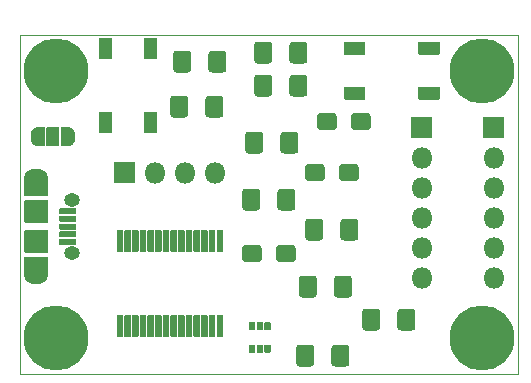
<source format=gbr>
G04 #@! TF.GenerationSoftware,KiCad,Pcbnew,5.1.10-88a1d61d58~88~ubuntu20.04.1*
G04 #@! TF.CreationDate,2021-05-19T21:03:50-06:00*
G04 #@! TF.ProjectId,ESP_Programmer,4553505f-5072-46f6-9772-616d6d65722e,rev?*
G04 #@! TF.SameCoordinates,Original*
G04 #@! TF.FileFunction,Soldermask,Top*
G04 #@! TF.FilePolarity,Negative*
%FSLAX46Y46*%
G04 Gerber Fmt 4.6, Leading zero omitted, Abs format (unit mm)*
G04 Created by KiCad (PCBNEW 5.1.10-88a1d61d58~88~ubuntu20.04.1) date 2021-05-19 21:03:50*
%MOMM*%
%LPD*%
G01*
G04 APERTURE LIST*
G04 #@! TA.AperFunction,Profile*
%ADD10C,0.050000*%
G04 #@! TD*
%ADD11C,0.350000*%
%ADD12O,1.800000X1.800000*%
%ADD13O,1.350000X1.150000*%
%ADD14O,2.000000X1.300000*%
%ADD15C,5.500000*%
G04 APERTURE END LIST*
D10*
X184658000Y-116840000D02*
X195580000Y-116840000D01*
X184658000Y-88138000D02*
X184658000Y-116840000D01*
X184912000Y-88138000D02*
X184658000Y-88138000D01*
X226822000Y-88138000D02*
X184912000Y-88138000D01*
X226822000Y-116840000D02*
X226822000Y-88138000D01*
X226568000Y-116840000D02*
X226822000Y-116840000D01*
X195580000Y-116840000D02*
X226568000Y-116840000D01*
G04 #@! TO.C,U1*
G36*
G01*
X192858000Y-106495000D02*
X192858000Y-104745000D01*
G75*
G02*
X192908000Y-104695000I50000J0D01*
G01*
X193358000Y-104695000D01*
G75*
G02*
X193408000Y-104745000I0J-50000D01*
G01*
X193408000Y-106495000D01*
G75*
G02*
X193358000Y-106545000I-50000J0D01*
G01*
X192908000Y-106545000D01*
G75*
G02*
X192858000Y-106495000I0J50000D01*
G01*
G37*
G36*
G01*
X193508000Y-106495000D02*
X193508000Y-104745000D01*
G75*
G02*
X193558000Y-104695000I50000J0D01*
G01*
X194008000Y-104695000D01*
G75*
G02*
X194058000Y-104745000I0J-50000D01*
G01*
X194058000Y-106495000D01*
G75*
G02*
X194008000Y-106545000I-50000J0D01*
G01*
X193558000Y-106545000D01*
G75*
G02*
X193508000Y-106495000I0J50000D01*
G01*
G37*
G36*
G01*
X194158000Y-106495000D02*
X194158000Y-104745000D01*
G75*
G02*
X194208000Y-104695000I50000J0D01*
G01*
X194658000Y-104695000D01*
G75*
G02*
X194708000Y-104745000I0J-50000D01*
G01*
X194708000Y-106495000D01*
G75*
G02*
X194658000Y-106545000I-50000J0D01*
G01*
X194208000Y-106545000D01*
G75*
G02*
X194158000Y-106495000I0J50000D01*
G01*
G37*
G36*
G01*
X194808000Y-106495000D02*
X194808000Y-104745000D01*
G75*
G02*
X194858000Y-104695000I50000J0D01*
G01*
X195308000Y-104695000D01*
G75*
G02*
X195358000Y-104745000I0J-50000D01*
G01*
X195358000Y-106495000D01*
G75*
G02*
X195308000Y-106545000I-50000J0D01*
G01*
X194858000Y-106545000D01*
G75*
G02*
X194808000Y-106495000I0J50000D01*
G01*
G37*
G36*
G01*
X195458000Y-106495000D02*
X195458000Y-104745000D01*
G75*
G02*
X195508000Y-104695000I50000J0D01*
G01*
X195958000Y-104695000D01*
G75*
G02*
X196008000Y-104745000I0J-50000D01*
G01*
X196008000Y-106495000D01*
G75*
G02*
X195958000Y-106545000I-50000J0D01*
G01*
X195508000Y-106545000D01*
G75*
G02*
X195458000Y-106495000I0J50000D01*
G01*
G37*
G36*
G01*
X196108000Y-106495000D02*
X196108000Y-104745000D01*
G75*
G02*
X196158000Y-104695000I50000J0D01*
G01*
X196608000Y-104695000D01*
G75*
G02*
X196658000Y-104745000I0J-50000D01*
G01*
X196658000Y-106495000D01*
G75*
G02*
X196608000Y-106545000I-50000J0D01*
G01*
X196158000Y-106545000D01*
G75*
G02*
X196108000Y-106495000I0J50000D01*
G01*
G37*
G36*
G01*
X196758000Y-106495000D02*
X196758000Y-104745000D01*
G75*
G02*
X196808000Y-104695000I50000J0D01*
G01*
X197258000Y-104695000D01*
G75*
G02*
X197308000Y-104745000I0J-50000D01*
G01*
X197308000Y-106495000D01*
G75*
G02*
X197258000Y-106545000I-50000J0D01*
G01*
X196808000Y-106545000D01*
G75*
G02*
X196758000Y-106495000I0J50000D01*
G01*
G37*
G36*
G01*
X197408000Y-106495000D02*
X197408000Y-104745000D01*
G75*
G02*
X197458000Y-104695000I50000J0D01*
G01*
X197908000Y-104695000D01*
G75*
G02*
X197958000Y-104745000I0J-50000D01*
G01*
X197958000Y-106495000D01*
G75*
G02*
X197908000Y-106545000I-50000J0D01*
G01*
X197458000Y-106545000D01*
G75*
G02*
X197408000Y-106495000I0J50000D01*
G01*
G37*
G36*
G01*
X198058000Y-106495000D02*
X198058000Y-104745000D01*
G75*
G02*
X198108000Y-104695000I50000J0D01*
G01*
X198558000Y-104695000D01*
G75*
G02*
X198608000Y-104745000I0J-50000D01*
G01*
X198608000Y-106495000D01*
G75*
G02*
X198558000Y-106545000I-50000J0D01*
G01*
X198108000Y-106545000D01*
G75*
G02*
X198058000Y-106495000I0J50000D01*
G01*
G37*
G36*
G01*
X198708000Y-106495000D02*
X198708000Y-104745000D01*
G75*
G02*
X198758000Y-104695000I50000J0D01*
G01*
X199208000Y-104695000D01*
G75*
G02*
X199258000Y-104745000I0J-50000D01*
G01*
X199258000Y-106495000D01*
G75*
G02*
X199208000Y-106545000I-50000J0D01*
G01*
X198758000Y-106545000D01*
G75*
G02*
X198708000Y-106495000I0J50000D01*
G01*
G37*
G36*
G01*
X199358000Y-106495000D02*
X199358000Y-104745000D01*
G75*
G02*
X199408000Y-104695000I50000J0D01*
G01*
X199858000Y-104695000D01*
G75*
G02*
X199908000Y-104745000I0J-50000D01*
G01*
X199908000Y-106495000D01*
G75*
G02*
X199858000Y-106545000I-50000J0D01*
G01*
X199408000Y-106545000D01*
G75*
G02*
X199358000Y-106495000I0J50000D01*
G01*
G37*
G36*
G01*
X200008000Y-106495000D02*
X200008000Y-104745000D01*
G75*
G02*
X200058000Y-104695000I50000J0D01*
G01*
X200508000Y-104695000D01*
G75*
G02*
X200558000Y-104745000I0J-50000D01*
G01*
X200558000Y-106495000D01*
G75*
G02*
X200508000Y-106545000I-50000J0D01*
G01*
X200058000Y-106545000D01*
G75*
G02*
X200008000Y-106495000I0J50000D01*
G01*
G37*
G36*
G01*
X200658000Y-106495000D02*
X200658000Y-104745000D01*
G75*
G02*
X200708000Y-104695000I50000J0D01*
G01*
X201158000Y-104695000D01*
G75*
G02*
X201208000Y-104745000I0J-50000D01*
G01*
X201208000Y-106495000D01*
G75*
G02*
X201158000Y-106545000I-50000J0D01*
G01*
X200708000Y-106545000D01*
G75*
G02*
X200658000Y-106495000I0J50000D01*
G01*
G37*
G36*
G01*
X201308000Y-106495000D02*
X201308000Y-104745000D01*
G75*
G02*
X201358000Y-104695000I50000J0D01*
G01*
X201808000Y-104695000D01*
G75*
G02*
X201858000Y-104745000I0J-50000D01*
G01*
X201858000Y-106495000D01*
G75*
G02*
X201808000Y-106545000I-50000J0D01*
G01*
X201358000Y-106545000D01*
G75*
G02*
X201308000Y-106495000I0J50000D01*
G01*
G37*
G36*
G01*
X201308000Y-113695000D02*
X201308000Y-111945000D01*
G75*
G02*
X201358000Y-111895000I50000J0D01*
G01*
X201808000Y-111895000D01*
G75*
G02*
X201858000Y-111945000I0J-50000D01*
G01*
X201858000Y-113695000D01*
G75*
G02*
X201808000Y-113745000I-50000J0D01*
G01*
X201358000Y-113745000D01*
G75*
G02*
X201308000Y-113695000I0J50000D01*
G01*
G37*
G36*
G01*
X200658000Y-113695000D02*
X200658000Y-111945000D01*
G75*
G02*
X200708000Y-111895000I50000J0D01*
G01*
X201158000Y-111895000D01*
G75*
G02*
X201208000Y-111945000I0J-50000D01*
G01*
X201208000Y-113695000D01*
G75*
G02*
X201158000Y-113745000I-50000J0D01*
G01*
X200708000Y-113745000D01*
G75*
G02*
X200658000Y-113695000I0J50000D01*
G01*
G37*
G36*
G01*
X200008000Y-113695000D02*
X200008000Y-111945000D01*
G75*
G02*
X200058000Y-111895000I50000J0D01*
G01*
X200508000Y-111895000D01*
G75*
G02*
X200558000Y-111945000I0J-50000D01*
G01*
X200558000Y-113695000D01*
G75*
G02*
X200508000Y-113745000I-50000J0D01*
G01*
X200058000Y-113745000D01*
G75*
G02*
X200008000Y-113695000I0J50000D01*
G01*
G37*
G36*
G01*
X199358000Y-113695000D02*
X199358000Y-111945000D01*
G75*
G02*
X199408000Y-111895000I50000J0D01*
G01*
X199858000Y-111895000D01*
G75*
G02*
X199908000Y-111945000I0J-50000D01*
G01*
X199908000Y-113695000D01*
G75*
G02*
X199858000Y-113745000I-50000J0D01*
G01*
X199408000Y-113745000D01*
G75*
G02*
X199358000Y-113695000I0J50000D01*
G01*
G37*
G36*
G01*
X198708000Y-113695000D02*
X198708000Y-111945000D01*
G75*
G02*
X198758000Y-111895000I50000J0D01*
G01*
X199208000Y-111895000D01*
G75*
G02*
X199258000Y-111945000I0J-50000D01*
G01*
X199258000Y-113695000D01*
G75*
G02*
X199208000Y-113745000I-50000J0D01*
G01*
X198758000Y-113745000D01*
G75*
G02*
X198708000Y-113695000I0J50000D01*
G01*
G37*
G36*
G01*
X198058000Y-113695000D02*
X198058000Y-111945000D01*
G75*
G02*
X198108000Y-111895000I50000J0D01*
G01*
X198558000Y-111895000D01*
G75*
G02*
X198608000Y-111945000I0J-50000D01*
G01*
X198608000Y-113695000D01*
G75*
G02*
X198558000Y-113745000I-50000J0D01*
G01*
X198108000Y-113745000D01*
G75*
G02*
X198058000Y-113695000I0J50000D01*
G01*
G37*
G36*
G01*
X197408000Y-113695000D02*
X197408000Y-111945000D01*
G75*
G02*
X197458000Y-111895000I50000J0D01*
G01*
X197908000Y-111895000D01*
G75*
G02*
X197958000Y-111945000I0J-50000D01*
G01*
X197958000Y-113695000D01*
G75*
G02*
X197908000Y-113745000I-50000J0D01*
G01*
X197458000Y-113745000D01*
G75*
G02*
X197408000Y-113695000I0J50000D01*
G01*
G37*
G36*
G01*
X196758000Y-113695000D02*
X196758000Y-111945000D01*
G75*
G02*
X196808000Y-111895000I50000J0D01*
G01*
X197258000Y-111895000D01*
G75*
G02*
X197308000Y-111945000I0J-50000D01*
G01*
X197308000Y-113695000D01*
G75*
G02*
X197258000Y-113745000I-50000J0D01*
G01*
X196808000Y-113745000D01*
G75*
G02*
X196758000Y-113695000I0J50000D01*
G01*
G37*
G36*
G01*
X196108000Y-113695000D02*
X196108000Y-111945000D01*
G75*
G02*
X196158000Y-111895000I50000J0D01*
G01*
X196608000Y-111895000D01*
G75*
G02*
X196658000Y-111945000I0J-50000D01*
G01*
X196658000Y-113695000D01*
G75*
G02*
X196608000Y-113745000I-50000J0D01*
G01*
X196158000Y-113745000D01*
G75*
G02*
X196108000Y-113695000I0J50000D01*
G01*
G37*
G36*
G01*
X195458000Y-113695000D02*
X195458000Y-111945000D01*
G75*
G02*
X195508000Y-111895000I50000J0D01*
G01*
X195958000Y-111895000D01*
G75*
G02*
X196008000Y-111945000I0J-50000D01*
G01*
X196008000Y-113695000D01*
G75*
G02*
X195958000Y-113745000I-50000J0D01*
G01*
X195508000Y-113745000D01*
G75*
G02*
X195458000Y-113695000I0J50000D01*
G01*
G37*
G36*
G01*
X194808000Y-113695000D02*
X194808000Y-111945000D01*
G75*
G02*
X194858000Y-111895000I50000J0D01*
G01*
X195308000Y-111895000D01*
G75*
G02*
X195358000Y-111945000I0J-50000D01*
G01*
X195358000Y-113695000D01*
G75*
G02*
X195308000Y-113745000I-50000J0D01*
G01*
X194858000Y-113745000D01*
G75*
G02*
X194808000Y-113695000I0J50000D01*
G01*
G37*
G36*
G01*
X194158000Y-113695000D02*
X194158000Y-111945000D01*
G75*
G02*
X194208000Y-111895000I50000J0D01*
G01*
X194658000Y-111895000D01*
G75*
G02*
X194708000Y-111945000I0J-50000D01*
G01*
X194708000Y-113695000D01*
G75*
G02*
X194658000Y-113745000I-50000J0D01*
G01*
X194208000Y-113745000D01*
G75*
G02*
X194158000Y-113695000I0J50000D01*
G01*
G37*
G36*
G01*
X193508000Y-113695000D02*
X193508000Y-111945000D01*
G75*
G02*
X193558000Y-111895000I50000J0D01*
G01*
X194008000Y-111895000D01*
G75*
G02*
X194058000Y-111945000I0J-50000D01*
G01*
X194058000Y-113695000D01*
G75*
G02*
X194008000Y-113745000I-50000J0D01*
G01*
X193558000Y-113745000D01*
G75*
G02*
X193508000Y-113695000I0J50000D01*
G01*
G37*
G36*
G01*
X192858000Y-113695000D02*
X192858000Y-111945000D01*
G75*
G02*
X192908000Y-111895000I50000J0D01*
G01*
X193358000Y-111895000D01*
G75*
G02*
X193408000Y-111945000I0J-50000D01*
G01*
X193408000Y-113695000D01*
G75*
G02*
X193358000Y-113745000I-50000J0D01*
G01*
X192908000Y-113745000D01*
G75*
G02*
X192858000Y-113695000I0J50000D01*
G01*
G37*
G04 #@! TD*
G04 #@! TO.C,Flash*
G36*
G01*
X196202001Y-96505995D02*
X195202001Y-96505995D01*
G75*
G02*
X195152001Y-96455995I0J50000D01*
G01*
X195152001Y-94755997D01*
G75*
G02*
X195202001Y-94705997I50000J0D01*
G01*
X196202001Y-94705997D01*
G75*
G02*
X196252001Y-94755997I0J-50000D01*
G01*
X196252001Y-96455995D01*
G75*
G02*
X196202001Y-96505995I-50000J0D01*
G01*
G37*
G36*
G01*
X196202001Y-90205998D02*
X195202001Y-90205998D01*
G75*
G02*
X195152001Y-90155998I0J50000D01*
G01*
X195152001Y-88456000D01*
G75*
G02*
X195202001Y-88406000I50000J0D01*
G01*
X196202001Y-88406000D01*
G75*
G02*
X196252001Y-88456000I0J-50000D01*
G01*
X196252001Y-90155998D01*
G75*
G02*
X196202001Y-90205998I-50000J0D01*
G01*
G37*
G36*
G01*
X192402004Y-96505995D02*
X191402004Y-96505995D01*
G75*
G02*
X191352004Y-96455995I0J50000D01*
G01*
X191352004Y-94755997D01*
G75*
G02*
X191402004Y-94705997I50000J0D01*
G01*
X192402004Y-94705997D01*
G75*
G02*
X192452004Y-94755997I0J-50000D01*
G01*
X192452004Y-96455995D01*
G75*
G02*
X192402004Y-96505995I-50000J0D01*
G01*
G37*
G36*
G01*
X192402004Y-90205998D02*
X191402004Y-90205998D01*
G75*
G02*
X191352004Y-90155998I0J50000D01*
G01*
X191352004Y-88456000D01*
G75*
G02*
X191402004Y-88406000I50000J0D01*
G01*
X192402004Y-88406000D01*
G75*
G02*
X192452004Y-88456000I0J-50000D01*
G01*
X192452004Y-90155998D01*
G75*
G02*
X192402004Y-90205998I-50000J0D01*
G01*
G37*
G04 #@! TD*
G04 #@! TO.C,Reset*
G36*
G01*
X220203995Y-88785999D02*
X220203995Y-89785999D01*
G75*
G02*
X220153995Y-89835999I-50000J0D01*
G01*
X218453997Y-89835999D01*
G75*
G02*
X218403997Y-89785999I0J50000D01*
G01*
X218403997Y-88785999D01*
G75*
G02*
X218453997Y-88735999I50000J0D01*
G01*
X220153995Y-88735999D01*
G75*
G02*
X220203995Y-88785999I0J-50000D01*
G01*
G37*
G36*
G01*
X213903998Y-88785999D02*
X213903998Y-89785999D01*
G75*
G02*
X213853998Y-89835999I-50000J0D01*
G01*
X212154000Y-89835999D01*
G75*
G02*
X212104000Y-89785999I0J50000D01*
G01*
X212104000Y-88785999D01*
G75*
G02*
X212154000Y-88735999I50000J0D01*
G01*
X213853998Y-88735999D01*
G75*
G02*
X213903998Y-88785999I0J-50000D01*
G01*
G37*
G36*
G01*
X220203995Y-92585996D02*
X220203995Y-93585996D01*
G75*
G02*
X220153995Y-93635996I-50000J0D01*
G01*
X218453997Y-93635996D01*
G75*
G02*
X218403997Y-93585996I0J50000D01*
G01*
X218403997Y-92585996D01*
G75*
G02*
X218453997Y-92535996I50000J0D01*
G01*
X220153995Y-92535996D01*
G75*
G02*
X220203995Y-92585996I0J-50000D01*
G01*
G37*
G36*
G01*
X213903998Y-92585996D02*
X213903998Y-93585996D01*
G75*
G02*
X213853998Y-93635996I-50000J0D01*
G01*
X212154000Y-93635996D01*
G75*
G02*
X212104000Y-93585996I0J50000D01*
G01*
X212104000Y-92585996D01*
G75*
G02*
X212154000Y-92535996I50000J0D01*
G01*
X213853998Y-92535996D01*
G75*
G02*
X213903998Y-92585996I0J-50000D01*
G01*
G37*
G04 #@! TD*
G04 #@! TO.C,R4*
G36*
G01*
X206465000Y-102765457D02*
X206465000Y-101450543D01*
G75*
G02*
X206732543Y-101183000I267543J0D01*
G01*
X207722457Y-101183000D01*
G75*
G02*
X207990000Y-101450543I0J-267543D01*
G01*
X207990000Y-102765457D01*
G75*
G02*
X207722457Y-103033000I-267543J0D01*
G01*
X206732543Y-103033000D01*
G75*
G02*
X206465000Y-102765457I0J267543D01*
G01*
G37*
G36*
G01*
X203490000Y-102765457D02*
X203490000Y-101450543D01*
G75*
G02*
X203757543Y-101183000I267543J0D01*
G01*
X204747457Y-101183000D01*
G75*
G02*
X205015000Y-101450543I0J-267543D01*
G01*
X205015000Y-102765457D01*
G75*
G02*
X204747457Y-103033000I-267543J0D01*
G01*
X203757543Y-103033000D01*
G75*
G02*
X203490000Y-102765457I0J267543D01*
G01*
G37*
G04 #@! TD*
G04 #@! TO.C,R3*
G36*
G01*
X206719000Y-97939457D02*
X206719000Y-96624543D01*
G75*
G02*
X206986543Y-96357000I267543J0D01*
G01*
X207976457Y-96357000D01*
G75*
G02*
X208244000Y-96624543I0J-267543D01*
G01*
X208244000Y-97939457D01*
G75*
G02*
X207976457Y-98207000I-267543J0D01*
G01*
X206986543Y-98207000D01*
G75*
G02*
X206719000Y-97939457I0J267543D01*
G01*
G37*
G36*
G01*
X203744000Y-97939457D02*
X203744000Y-96624543D01*
G75*
G02*
X204011543Y-96357000I267543J0D01*
G01*
X205001457Y-96357000D01*
G75*
G02*
X205269000Y-96624543I0J-267543D01*
G01*
X205269000Y-97939457D01*
G75*
G02*
X205001457Y-98207000I-267543J0D01*
G01*
X204011543Y-98207000D01*
G75*
G02*
X203744000Y-97939457I0J267543D01*
G01*
G37*
G04 #@! TD*
G04 #@! TO.C,R2*
G36*
G01*
X215175000Y-111610543D02*
X215175000Y-112925457D01*
G75*
G02*
X214907457Y-113193000I-267543J0D01*
G01*
X213917543Y-113193000D01*
G75*
G02*
X213650000Y-112925457I0J267543D01*
G01*
X213650000Y-111610543D01*
G75*
G02*
X213917543Y-111343000I267543J0D01*
G01*
X214907457Y-111343000D01*
G75*
G02*
X215175000Y-111610543I0J-267543D01*
G01*
G37*
G36*
G01*
X218150000Y-111610543D02*
X218150000Y-112925457D01*
G75*
G02*
X217882457Y-113193000I-267543J0D01*
G01*
X216892543Y-113193000D01*
G75*
G02*
X216625000Y-112925457I0J267543D01*
G01*
X216625000Y-111610543D01*
G75*
G02*
X216892543Y-111343000I267543J0D01*
G01*
X217882457Y-111343000D01*
G75*
G02*
X218150000Y-111610543I0J-267543D01*
G01*
G37*
G04 #@! TD*
G04 #@! TO.C,R1*
G36*
G01*
X209587000Y-114658543D02*
X209587000Y-115973457D01*
G75*
G02*
X209319457Y-116241000I-267543J0D01*
G01*
X208329543Y-116241000D01*
G75*
G02*
X208062000Y-115973457I0J267543D01*
G01*
X208062000Y-114658543D01*
G75*
G02*
X208329543Y-114391000I267543J0D01*
G01*
X209319457Y-114391000D01*
G75*
G02*
X209587000Y-114658543I0J-267543D01*
G01*
G37*
G36*
G01*
X212562000Y-114658543D02*
X212562000Y-115973457D01*
G75*
G02*
X212294457Y-116241000I-267543J0D01*
G01*
X211304543Y-116241000D01*
G75*
G02*
X211037000Y-115973457I0J267543D01*
G01*
X211037000Y-114658543D01*
G75*
G02*
X211304543Y-114391000I267543J0D01*
G01*
X212294457Y-114391000D01*
G75*
G02*
X212562000Y-114658543I0J-267543D01*
G01*
G37*
G04 #@! TD*
G04 #@! TO.C,Q1*
G36*
G01*
X205368000Y-115042000D02*
X205368000Y-114442000D01*
G75*
G02*
X205418000Y-114392000I50000J0D01*
G01*
X205838000Y-114392000D01*
G75*
G02*
X205888000Y-114442000I0J-50000D01*
G01*
X205888000Y-115042000D01*
G75*
G02*
X205838000Y-115092000I-50000J0D01*
G01*
X205418000Y-115092000D01*
G75*
G02*
X205368000Y-115042000I0J50000D01*
G01*
G37*
G36*
G01*
X204718000Y-115042000D02*
X204718000Y-114442000D01*
G75*
G02*
X204768000Y-114392000I50000J0D01*
G01*
X205188000Y-114392000D01*
G75*
G02*
X205238000Y-114442000I0J-50000D01*
G01*
X205238000Y-115042000D01*
G75*
G02*
X205188000Y-115092000I-50000J0D01*
G01*
X204768000Y-115092000D01*
G75*
G02*
X204718000Y-115042000I0J50000D01*
G01*
G37*
G36*
G01*
X204068000Y-115042000D02*
X204068000Y-114442000D01*
G75*
G02*
X204118000Y-114392000I50000J0D01*
G01*
X204538000Y-114392000D01*
G75*
G02*
X204588000Y-114442000I0J-50000D01*
G01*
X204588000Y-115042000D01*
G75*
G02*
X204538000Y-115092000I-50000J0D01*
G01*
X204118000Y-115092000D01*
G75*
G02*
X204068000Y-115042000I0J50000D01*
G01*
G37*
G36*
G01*
X205368000Y-113142000D02*
X205368000Y-112542000D01*
G75*
G02*
X205418000Y-112492000I50000J0D01*
G01*
X205838000Y-112492000D01*
G75*
G02*
X205888000Y-112542000I0J-50000D01*
G01*
X205888000Y-113142000D01*
G75*
G02*
X205838000Y-113192000I-50000J0D01*
G01*
X205418000Y-113192000D01*
G75*
G02*
X205368000Y-113142000I0J50000D01*
G01*
G37*
G36*
G01*
X204718000Y-113142000D02*
X204718000Y-112542000D01*
G75*
G02*
X204768000Y-112492000I50000J0D01*
G01*
X205188000Y-112492000D01*
G75*
G02*
X205238000Y-112542000I0J-50000D01*
G01*
X205238000Y-113142000D01*
G75*
G02*
X205188000Y-113192000I-50000J0D01*
G01*
X204768000Y-113192000D01*
G75*
G02*
X204718000Y-113142000I0J50000D01*
G01*
G37*
G36*
G01*
X204068000Y-113142000D02*
X204068000Y-112542000D01*
G75*
G02*
X204118000Y-112492000I50000J0D01*
G01*
X204538000Y-112492000D01*
G75*
G02*
X204588000Y-112542000I0J-50000D01*
G01*
X204588000Y-113142000D01*
G75*
G02*
X204538000Y-113192000I-50000J0D01*
G01*
X204118000Y-113192000D01*
G75*
G02*
X204068000Y-113142000I0J50000D01*
G01*
G37*
G04 #@! TD*
D11*
G04 #@! TO.C,3or5*
G36*
X186711755Y-95974961D02*
G01*
X186721134Y-95977806D01*
X186729779Y-95982427D01*
X186737355Y-95988645D01*
X186743573Y-95996221D01*
X186748194Y-96004866D01*
X186751039Y-96014245D01*
X186752000Y-96024000D01*
X186752000Y-97524000D01*
X186751039Y-97533755D01*
X186748194Y-97543134D01*
X186743573Y-97551779D01*
X186737355Y-97559355D01*
X186729779Y-97565573D01*
X186721134Y-97570194D01*
X186711755Y-97573039D01*
X186702000Y-97574000D01*
X186152000Y-97574000D01*
X186145889Y-97573398D01*
X186127466Y-97573398D01*
X186122565Y-97573157D01*
X186073734Y-97568347D01*
X186068881Y-97567627D01*
X186020756Y-97558055D01*
X186015995Y-97556863D01*
X185969040Y-97542619D01*
X185964421Y-97540966D01*
X185919088Y-97522189D01*
X185914651Y-97520091D01*
X185871378Y-97496960D01*
X185867171Y-97494438D01*
X185826372Y-97467178D01*
X185822430Y-97464254D01*
X185784501Y-97433126D01*
X185780866Y-97429831D01*
X185746169Y-97395134D01*
X185742874Y-97391499D01*
X185711746Y-97353570D01*
X185708822Y-97349628D01*
X185681562Y-97308829D01*
X185679040Y-97304622D01*
X185655909Y-97261349D01*
X185653811Y-97256912D01*
X185635034Y-97211579D01*
X185633381Y-97206960D01*
X185619137Y-97160005D01*
X185617945Y-97155244D01*
X185608373Y-97107119D01*
X185607653Y-97102266D01*
X185602843Y-97053435D01*
X185602602Y-97048534D01*
X185602602Y-97030111D01*
X185602000Y-97024000D01*
X185602000Y-96524000D01*
X185602602Y-96517889D01*
X185602602Y-96499466D01*
X185602843Y-96494565D01*
X185607653Y-96445734D01*
X185608373Y-96440881D01*
X185617945Y-96392756D01*
X185619137Y-96387995D01*
X185633381Y-96341040D01*
X185635034Y-96336421D01*
X185653811Y-96291088D01*
X185655909Y-96286651D01*
X185679040Y-96243378D01*
X185681562Y-96239171D01*
X185708822Y-96198372D01*
X185711746Y-96194430D01*
X185742874Y-96156501D01*
X185746169Y-96152866D01*
X185780866Y-96118169D01*
X185784501Y-96114874D01*
X185822430Y-96083746D01*
X185826372Y-96080822D01*
X185867171Y-96053562D01*
X185871378Y-96051040D01*
X185914651Y-96027909D01*
X185919088Y-96025811D01*
X185964421Y-96007034D01*
X185969040Y-96005381D01*
X186015995Y-95991137D01*
X186020756Y-95989945D01*
X186068881Y-95980373D01*
X186073734Y-95979653D01*
X186122565Y-95974843D01*
X186127466Y-95974602D01*
X186145889Y-95974602D01*
X186152000Y-95974000D01*
X186702000Y-95974000D01*
X186711755Y-95974961D01*
G37*
G36*
G01*
X186902000Y-97524000D02*
X186902000Y-96024000D01*
G75*
G02*
X186952000Y-95974000I50000J0D01*
G01*
X187952000Y-95974000D01*
G75*
G02*
X188002000Y-96024000I0J-50000D01*
G01*
X188002000Y-97524000D01*
G75*
G02*
X187952000Y-97574000I-50000J0D01*
G01*
X186952000Y-97574000D01*
G75*
G02*
X186902000Y-97524000I0J50000D01*
G01*
G37*
G36*
X188758111Y-95974602D02*
G01*
X188776534Y-95974602D01*
X188781435Y-95974843D01*
X188830266Y-95979653D01*
X188835119Y-95980373D01*
X188883244Y-95989945D01*
X188888005Y-95991137D01*
X188934960Y-96005381D01*
X188939579Y-96007034D01*
X188984912Y-96025811D01*
X188989349Y-96027909D01*
X189032622Y-96051040D01*
X189036829Y-96053562D01*
X189077628Y-96080822D01*
X189081570Y-96083746D01*
X189119499Y-96114874D01*
X189123134Y-96118169D01*
X189157831Y-96152866D01*
X189161126Y-96156501D01*
X189192254Y-96194430D01*
X189195178Y-96198372D01*
X189222438Y-96239171D01*
X189224960Y-96243378D01*
X189248091Y-96286651D01*
X189250189Y-96291088D01*
X189268966Y-96336421D01*
X189270619Y-96341040D01*
X189284863Y-96387995D01*
X189286055Y-96392756D01*
X189295627Y-96440881D01*
X189296347Y-96445734D01*
X189301157Y-96494565D01*
X189301398Y-96499466D01*
X189301398Y-96517889D01*
X189302000Y-96524000D01*
X189302000Y-97024000D01*
X189301398Y-97030111D01*
X189301398Y-97048534D01*
X189301157Y-97053435D01*
X189296347Y-97102266D01*
X189295627Y-97107119D01*
X189286055Y-97155244D01*
X189284863Y-97160005D01*
X189270619Y-97206960D01*
X189268966Y-97211579D01*
X189250189Y-97256912D01*
X189248091Y-97261349D01*
X189224960Y-97304622D01*
X189222438Y-97308829D01*
X189195178Y-97349628D01*
X189192254Y-97353570D01*
X189161126Y-97391499D01*
X189157831Y-97395134D01*
X189123134Y-97429831D01*
X189119499Y-97433126D01*
X189081570Y-97464254D01*
X189077628Y-97467178D01*
X189036829Y-97494438D01*
X189032622Y-97496960D01*
X188989349Y-97520091D01*
X188984912Y-97522189D01*
X188939579Y-97540966D01*
X188934960Y-97542619D01*
X188888005Y-97556863D01*
X188883244Y-97558055D01*
X188835119Y-97567627D01*
X188830266Y-97568347D01*
X188781435Y-97573157D01*
X188776534Y-97573398D01*
X188758111Y-97573398D01*
X188752000Y-97574000D01*
X188202000Y-97574000D01*
X188192245Y-97573039D01*
X188182866Y-97570194D01*
X188174221Y-97565573D01*
X188166645Y-97559355D01*
X188160427Y-97551779D01*
X188155806Y-97543134D01*
X188152961Y-97533755D01*
X188152000Y-97524000D01*
X188152000Y-96024000D01*
X188152961Y-96014245D01*
X188155806Y-96004866D01*
X188160427Y-95996221D01*
X188166645Y-95988645D01*
X188174221Y-95982427D01*
X188182866Y-95977806D01*
X188192245Y-95974961D01*
X188202000Y-95974000D01*
X188752000Y-95974000D01*
X188758111Y-95974602D01*
G37*
G04 #@! TD*
D12*
G04 #@! TO.C,J4*
X224790000Y-108712000D03*
X224790000Y-106172000D03*
X224790000Y-103632000D03*
X224790000Y-101092000D03*
X224790000Y-98552000D03*
G36*
G01*
X223890000Y-96862000D02*
X223890000Y-95162000D01*
G75*
G02*
X223940000Y-95112000I50000J0D01*
G01*
X225640000Y-95112000D01*
G75*
G02*
X225690000Y-95162000I0J-50000D01*
G01*
X225690000Y-96862000D01*
G75*
G02*
X225640000Y-96912000I-50000J0D01*
G01*
X223940000Y-96912000D01*
G75*
G02*
X223890000Y-96862000I0J50000D01*
G01*
G37*
G04 #@! TD*
G04 #@! TO.C,J3*
X218694000Y-108712000D03*
X218694000Y-106172000D03*
X218694000Y-103632000D03*
X218694000Y-101092000D03*
X218694000Y-98552000D03*
G36*
G01*
X217794000Y-96862000D02*
X217794000Y-95162000D01*
G75*
G02*
X217844000Y-95112000I50000J0D01*
G01*
X219544000Y-95112000D01*
G75*
G02*
X219594000Y-95162000I0J-50000D01*
G01*
X219594000Y-96862000D01*
G75*
G02*
X219544000Y-96912000I-50000J0D01*
G01*
X217844000Y-96912000D01*
G75*
G02*
X217794000Y-96862000I0J50000D01*
G01*
G37*
G04 #@! TD*
G04 #@! TO.C,J2*
X201168000Y-99822000D03*
X198628000Y-99822000D03*
X196088000Y-99822000D03*
G36*
G01*
X194398000Y-100722000D02*
X192698000Y-100722000D01*
G75*
G02*
X192648000Y-100672000I0J50000D01*
G01*
X192648000Y-98972000D01*
G75*
G02*
X192698000Y-98922000I50000J0D01*
G01*
X194398000Y-98922000D01*
G75*
G02*
X194448000Y-98972000I0J-50000D01*
G01*
X194448000Y-100672000D01*
G75*
G02*
X194398000Y-100722000I-50000J0D01*
G01*
G37*
G04 #@! TD*
D13*
G04 #@! TO.C,J1*
X189047000Y-106619000D03*
G36*
G01*
X187047000Y-108034000D02*
X187047000Y-108534000D01*
G75*
G02*
X186997000Y-108584000I-50000J0D01*
G01*
X186897000Y-108584000D01*
G75*
G02*
X186847000Y-108534000I0J50000D01*
G01*
X186847000Y-108034000D01*
G75*
G02*
X186897000Y-107984000I50000J0D01*
G01*
X186997000Y-107984000D01*
G75*
G02*
X187047000Y-108034000I0J-50000D01*
G01*
G37*
G36*
G01*
X187047000Y-107004000D02*
X187047000Y-108264000D01*
G75*
G02*
X186997000Y-108314000I-50000J0D01*
G01*
X185097000Y-108314000D01*
G75*
G02*
X185047000Y-108264000I0J50000D01*
G01*
X185047000Y-107004000D01*
G75*
G02*
X185097000Y-106954000I50000J0D01*
G01*
X186997000Y-106954000D01*
G75*
G02*
X187047000Y-107004000I0J-50000D01*
G01*
G37*
D14*
X186047000Y-108569000D03*
G36*
G01*
X187047000Y-102219000D02*
X187047000Y-104019000D01*
G75*
G02*
X186997000Y-104069000I-50000J0D01*
G01*
X185097000Y-104069000D01*
G75*
G02*
X185047000Y-104019000I0J50000D01*
G01*
X185047000Y-102219000D01*
G75*
G02*
X185097000Y-102169000I50000J0D01*
G01*
X186997000Y-102169000D01*
G75*
G02*
X187047000Y-102219000I0J-50000D01*
G01*
G37*
G36*
G01*
X189447000Y-105494000D02*
X189447000Y-105894000D01*
G75*
G02*
X189397000Y-105944000I-50000J0D01*
G01*
X188047000Y-105944000D01*
G75*
G02*
X187997000Y-105894000I0J50000D01*
G01*
X187997000Y-105494000D01*
G75*
G02*
X188047000Y-105444000I50000J0D01*
G01*
X189397000Y-105444000D01*
G75*
G02*
X189447000Y-105494000I0J-50000D01*
G01*
G37*
G36*
G01*
X189447000Y-104844000D02*
X189447000Y-105244000D01*
G75*
G02*
X189397000Y-105294000I-50000J0D01*
G01*
X188047000Y-105294000D01*
G75*
G02*
X187997000Y-105244000I0J50000D01*
G01*
X187997000Y-104844000D01*
G75*
G02*
X188047000Y-104794000I50000J0D01*
G01*
X189397000Y-104794000D01*
G75*
G02*
X189447000Y-104844000I0J-50000D01*
G01*
G37*
G36*
G01*
X189447000Y-104194000D02*
X189447000Y-104594000D01*
G75*
G02*
X189397000Y-104644000I-50000J0D01*
G01*
X188047000Y-104644000D01*
G75*
G02*
X187997000Y-104594000I0J50000D01*
G01*
X187997000Y-104194000D01*
G75*
G02*
X188047000Y-104144000I50000J0D01*
G01*
X189397000Y-104144000D01*
G75*
G02*
X189447000Y-104194000I0J-50000D01*
G01*
G37*
G36*
G01*
X189447000Y-103544000D02*
X189447000Y-103944000D01*
G75*
G02*
X189397000Y-103994000I-50000J0D01*
G01*
X188047000Y-103994000D01*
G75*
G02*
X187997000Y-103944000I0J50000D01*
G01*
X187997000Y-103544000D01*
G75*
G02*
X188047000Y-103494000I50000J0D01*
G01*
X189397000Y-103494000D01*
G75*
G02*
X189447000Y-103544000I0J-50000D01*
G01*
G37*
G36*
G01*
X189447000Y-102894000D02*
X189447000Y-103294000D01*
G75*
G02*
X189397000Y-103344000I-50000J0D01*
G01*
X188047000Y-103344000D01*
G75*
G02*
X187997000Y-103294000I0J50000D01*
G01*
X187997000Y-102894000D01*
G75*
G02*
X188047000Y-102844000I50000J0D01*
G01*
X189397000Y-102844000D01*
G75*
G02*
X189447000Y-102894000I0J-50000D01*
G01*
G37*
G36*
G01*
X187047000Y-104769000D02*
X187047000Y-106569000D01*
G75*
G02*
X186997000Y-106619000I-50000J0D01*
G01*
X185097000Y-106619000D01*
G75*
G02*
X185047000Y-106569000I0J50000D01*
G01*
X185047000Y-104769000D01*
G75*
G02*
X185097000Y-104719000I50000J0D01*
G01*
X186997000Y-104719000D01*
G75*
G02*
X187047000Y-104769000I0J-50000D01*
G01*
G37*
G36*
G01*
X185247000Y-108044000D02*
X185247000Y-108544000D01*
G75*
G02*
X185197000Y-108594000I-50000J0D01*
G01*
X185097000Y-108594000D01*
G75*
G02*
X185047000Y-108544000I0J50000D01*
G01*
X185047000Y-108044000D01*
G75*
G02*
X185097000Y-107994000I50000J0D01*
G01*
X185197000Y-107994000D01*
G75*
G02*
X185247000Y-108044000I0J-50000D01*
G01*
G37*
G36*
G01*
X187047000Y-100524000D02*
X187047000Y-101784000D01*
G75*
G02*
X186997000Y-101834000I-50000J0D01*
G01*
X185097000Y-101834000D01*
G75*
G02*
X185047000Y-101784000I0J50000D01*
G01*
X185047000Y-100524000D01*
G75*
G02*
X185097000Y-100474000I50000J0D01*
G01*
X186997000Y-100474000D01*
G75*
G02*
X187047000Y-100524000I0J-50000D01*
G01*
G37*
X186047000Y-100219000D03*
G36*
G01*
X187047000Y-100254000D02*
X187047000Y-100754000D01*
G75*
G02*
X186997000Y-100804000I-50000J0D01*
G01*
X186897000Y-100804000D01*
G75*
G02*
X186847000Y-100754000I0J50000D01*
G01*
X186847000Y-100254000D01*
G75*
G02*
X186897000Y-100204000I50000J0D01*
G01*
X186997000Y-100204000D01*
G75*
G02*
X187047000Y-100254000I0J-50000D01*
G01*
G37*
G36*
G01*
X185247000Y-100254000D02*
X185247000Y-100754000D01*
G75*
G02*
X185197000Y-100804000I-50000J0D01*
G01*
X185097000Y-100804000D01*
G75*
G02*
X185047000Y-100754000I0J50000D01*
G01*
X185047000Y-100254000D01*
G75*
G02*
X185097000Y-100204000I50000J0D01*
G01*
X185197000Y-100204000D01*
G75*
G02*
X185247000Y-100254000I0J-50000D01*
G01*
G37*
D13*
X189047000Y-102169000D03*
G04 #@! TD*
D15*
G04 #@! TO.C,H4*
X187706000Y-113792000D03*
G04 #@! TD*
G04 #@! TO.C,H3*
X223774000Y-113792000D03*
G04 #@! TD*
G04 #@! TO.C,H2*
X187706000Y-91186000D03*
G04 #@! TD*
G04 #@! TO.C,H1*
X223774000Y-91186000D03*
G04 #@! TD*
G04 #@! TO.C,TX*
G36*
G01*
X206031000Y-89004543D02*
X206031000Y-90319457D01*
G75*
G02*
X205763457Y-90587000I-267543J0D01*
G01*
X204773543Y-90587000D01*
G75*
G02*
X204506000Y-90319457I0J267543D01*
G01*
X204506000Y-89004543D01*
G75*
G02*
X204773543Y-88737000I267543J0D01*
G01*
X205763457Y-88737000D01*
G75*
G02*
X206031000Y-89004543I0J-267543D01*
G01*
G37*
G36*
G01*
X209006000Y-89004543D02*
X209006000Y-90319457D01*
G75*
G02*
X208738457Y-90587000I-267543J0D01*
G01*
X207748543Y-90587000D01*
G75*
G02*
X207481000Y-90319457I0J267543D01*
G01*
X207481000Y-89004543D01*
G75*
G02*
X207748543Y-88737000I267543J0D01*
G01*
X208738457Y-88737000D01*
G75*
G02*
X209006000Y-89004543I0J-267543D01*
G01*
G37*
G04 #@! TD*
G04 #@! TO.C,RX*
G36*
G01*
X206031000Y-91798543D02*
X206031000Y-93113457D01*
G75*
G02*
X205763457Y-93381000I-267543J0D01*
G01*
X204773543Y-93381000D01*
G75*
G02*
X204506000Y-93113457I0J267543D01*
G01*
X204506000Y-91798543D01*
G75*
G02*
X204773543Y-91531000I267543J0D01*
G01*
X205763457Y-91531000D01*
G75*
G02*
X206031000Y-91798543I0J-267543D01*
G01*
G37*
G36*
G01*
X209006000Y-91798543D02*
X209006000Y-93113457D01*
G75*
G02*
X208738457Y-93381000I-267543J0D01*
G01*
X207748543Y-93381000D01*
G75*
G02*
X207481000Y-93113457I0J267543D01*
G01*
X207481000Y-91798543D01*
G75*
G02*
X207748543Y-91531000I267543J0D01*
G01*
X208738457Y-91531000D01*
G75*
G02*
X209006000Y-91798543I0J-267543D01*
G01*
G37*
G04 #@! TD*
G04 #@! TO.C,C7*
G36*
G01*
X211254500Y-110131457D02*
X211254500Y-108816543D01*
G75*
G02*
X211522043Y-108549000I267543J0D01*
G01*
X212511957Y-108549000D01*
G75*
G02*
X212779500Y-108816543I0J-267543D01*
G01*
X212779500Y-110131457D01*
G75*
G02*
X212511957Y-110399000I-267543J0D01*
G01*
X211522043Y-110399000D01*
G75*
G02*
X211254500Y-110131457I0J267543D01*
G01*
G37*
G36*
G01*
X208279500Y-110131457D02*
X208279500Y-108816543D01*
G75*
G02*
X208547043Y-108549000I267543J0D01*
G01*
X209536957Y-108549000D01*
G75*
G02*
X209804500Y-108816543I0J-267543D01*
G01*
X209804500Y-110131457D01*
G75*
G02*
X209536957Y-110399000I-267543J0D01*
G01*
X208547043Y-110399000D01*
G75*
G02*
X208279500Y-110131457I0J267543D01*
G01*
G37*
G04 #@! TD*
G04 #@! TO.C,C6*
G36*
G01*
X206340000Y-107136483D02*
X206340000Y-106223517D01*
G75*
G02*
X206608517Y-105955000I268517J0D01*
G01*
X207746483Y-105955000D01*
G75*
G02*
X208015000Y-106223517I0J-268517D01*
G01*
X208015000Y-107136483D01*
G75*
G02*
X207746483Y-107405000I-268517J0D01*
G01*
X206608517Y-107405000D01*
G75*
G02*
X206340000Y-107136483I0J268517D01*
G01*
G37*
G36*
G01*
X203465000Y-107136483D02*
X203465000Y-106223517D01*
G75*
G02*
X203733517Y-105955000I268517J0D01*
G01*
X204871483Y-105955000D01*
G75*
G02*
X205140000Y-106223517I0J-268517D01*
G01*
X205140000Y-107136483D01*
G75*
G02*
X204871483Y-107405000I-268517J0D01*
G01*
X203733517Y-107405000D01*
G75*
G02*
X203465000Y-107136483I0J268517D01*
G01*
G37*
G04 #@! TD*
G04 #@! TO.C,C5*
G36*
G01*
X211799000Y-105305457D02*
X211799000Y-103990543D01*
G75*
G02*
X212066543Y-103723000I267543J0D01*
G01*
X213056457Y-103723000D01*
G75*
G02*
X213324000Y-103990543I0J-267543D01*
G01*
X213324000Y-105305457D01*
G75*
G02*
X213056457Y-105573000I-267543J0D01*
G01*
X212066543Y-105573000D01*
G75*
G02*
X211799000Y-105305457I0J267543D01*
G01*
G37*
G36*
G01*
X208824000Y-105305457D02*
X208824000Y-103990543D01*
G75*
G02*
X209091543Y-103723000I267543J0D01*
G01*
X210081457Y-103723000D01*
G75*
G02*
X210349000Y-103990543I0J-267543D01*
G01*
X210349000Y-105305457D01*
G75*
G02*
X210081457Y-105573000I-267543J0D01*
G01*
X209091543Y-105573000D01*
G75*
G02*
X208824000Y-105305457I0J267543D01*
G01*
G37*
G04 #@! TD*
G04 #@! TO.C,C4*
G36*
G01*
X211674000Y-100278483D02*
X211674000Y-99365517D01*
G75*
G02*
X211942517Y-99097000I268517J0D01*
G01*
X213080483Y-99097000D01*
G75*
G02*
X213349000Y-99365517I0J-268517D01*
G01*
X213349000Y-100278483D01*
G75*
G02*
X213080483Y-100547000I-268517J0D01*
G01*
X211942517Y-100547000D01*
G75*
G02*
X211674000Y-100278483I0J268517D01*
G01*
G37*
G36*
G01*
X208799000Y-100278483D02*
X208799000Y-99365517D01*
G75*
G02*
X209067517Y-99097000I268517J0D01*
G01*
X210205483Y-99097000D01*
G75*
G02*
X210474000Y-99365517I0J-268517D01*
G01*
X210474000Y-100278483D01*
G75*
G02*
X210205483Y-100547000I-268517J0D01*
G01*
X209067517Y-100547000D01*
G75*
G02*
X208799000Y-100278483I0J268517D01*
G01*
G37*
G04 #@! TD*
G04 #@! TO.C,C3*
G36*
G01*
X200369000Y-94891457D02*
X200369000Y-93576543D01*
G75*
G02*
X200636543Y-93309000I267543J0D01*
G01*
X201626457Y-93309000D01*
G75*
G02*
X201894000Y-93576543I0J-267543D01*
G01*
X201894000Y-94891457D01*
G75*
G02*
X201626457Y-95159000I-267543J0D01*
G01*
X200636543Y-95159000D01*
G75*
G02*
X200369000Y-94891457I0J267543D01*
G01*
G37*
G36*
G01*
X197394000Y-94891457D02*
X197394000Y-93576543D01*
G75*
G02*
X197661543Y-93309000I267543J0D01*
G01*
X198651457Y-93309000D01*
G75*
G02*
X198919000Y-93576543I0J-267543D01*
G01*
X198919000Y-94891457D01*
G75*
G02*
X198651457Y-95159000I-267543J0D01*
G01*
X197661543Y-95159000D01*
G75*
G02*
X197394000Y-94891457I0J267543D01*
G01*
G37*
G04 #@! TD*
G04 #@! TO.C,C2*
G36*
G01*
X199173000Y-89766543D02*
X199173000Y-91081457D01*
G75*
G02*
X198905457Y-91349000I-267543J0D01*
G01*
X197915543Y-91349000D01*
G75*
G02*
X197648000Y-91081457I0J267543D01*
G01*
X197648000Y-89766543D01*
G75*
G02*
X197915543Y-89499000I267543J0D01*
G01*
X198905457Y-89499000D01*
G75*
G02*
X199173000Y-89766543I0J-267543D01*
G01*
G37*
G36*
G01*
X202148000Y-89766543D02*
X202148000Y-91081457D01*
G75*
G02*
X201880457Y-91349000I-267543J0D01*
G01*
X200890543Y-91349000D01*
G75*
G02*
X200623000Y-91081457I0J267543D01*
G01*
X200623000Y-89766543D01*
G75*
G02*
X200890543Y-89499000I267543J0D01*
G01*
X201880457Y-89499000D01*
G75*
G02*
X202148000Y-89766543I0J-267543D01*
G01*
G37*
G04 #@! TD*
G04 #@! TO.C,C1*
G36*
G01*
X212690000Y-95960483D02*
X212690000Y-95047517D01*
G75*
G02*
X212958517Y-94779000I268517J0D01*
G01*
X214096483Y-94779000D01*
G75*
G02*
X214365000Y-95047517I0J-268517D01*
G01*
X214365000Y-95960483D01*
G75*
G02*
X214096483Y-96229000I-268517J0D01*
G01*
X212958517Y-96229000D01*
G75*
G02*
X212690000Y-95960483I0J268517D01*
G01*
G37*
G36*
G01*
X209815000Y-95960483D02*
X209815000Y-95047517D01*
G75*
G02*
X210083517Y-94779000I268517J0D01*
G01*
X211221483Y-94779000D01*
G75*
G02*
X211490000Y-95047517I0J-268517D01*
G01*
X211490000Y-95960483D01*
G75*
G02*
X211221483Y-96229000I-268517J0D01*
G01*
X210083517Y-96229000D01*
G75*
G02*
X209815000Y-95960483I0J268517D01*
G01*
G37*
G04 #@! TD*
M02*

</source>
